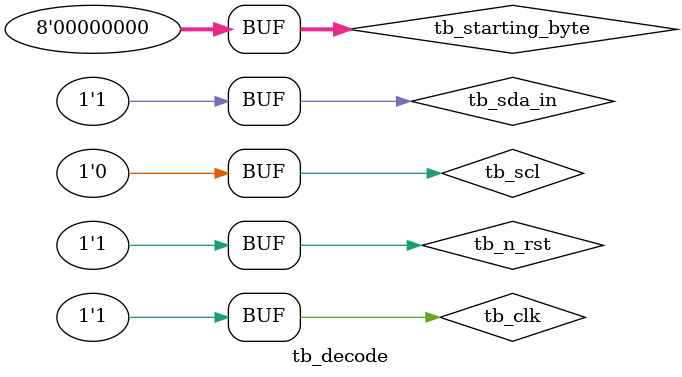
<source format=sv>
`timescale 1ns / 10ps

module tb_decode();
  
  // Define parameters
	parameter CLK_PERIOD				= 10;
	parameter SCL_PERIOD    = 300;
	parameter sclwait       = 300;
  
  reg tb_clk;
  reg tb_n_rst;
  reg tb_scl;
  reg tb_sda_in;
  reg [7:0] tb_starting_byte;
	reg tb_rw_mode;
	reg tb_address_match;
	reg tb_stop_found;
	reg tb_start_found;
	
	decode DUT
	(
		.clk(tb_clk),
		.n_rst(tb_n_rst),
		.scl(tb_scl),
		.sda_in(tb_sda_in),
		.starting_byte(tb_starting_byte),
		.rw_mode(tb_rw_mode),
		.address_match(tb_address_match),
		.stop_found(tb_stop_found),
		.start_found(tb_start_found)
	);
	
	always
	begin : CLK_GEN
		tb_clk = 1'b0;
		#(CLK_PERIOD / 2);
		tb_clk = 1'b1;
		#(CLK_PERIOD / 2);
	end
	
	always
	begin : SCL_GEN
	    tb_scl = 1'b0;
	    #(SCL_PERIOD / 3);
	    tb_scl = 1'b1;
	    #(SCL_PERIOD / 3); 
	    tb_scl = 1'b0;
	    #(SCL_PERIOD / 3);
	end	
	
	initial
	begin 
    tb_n_rst = 1'b0;
    #1
    tb_sda_in = 1'b1;
    tb_n_rst = 1'b1;
    #120;
    //test start found
    tb_sda_in = 1'b0;
    
    #30
    tb_sda_in = 1'b1;
    
    
    

    #500
    //test address
    tb_sda_in = 1'b1;
    tb_starting_byte = 8'b10000000;
    #(sclwait );
    tb_sda_in = 1'b1;
    tb_starting_byte = 8'b11000000;
    #(sclwait );
    tb_sda_in = 1'b1;
    tb_starting_byte = 8'b11100000;
    #(sclwait );
		tb_sda_in = 1'b1;
		tb_starting_byte = 8'b11110000;
    #(sclwait );
    tb_sda_in = 1'b0;
    tb_starting_byte = 8'b11110000;
    #(sclwait );
    tb_sda_in = 1'b0;
    tb_starting_byte = 8'b11110000;
    #(sclwait );
    tb_sda_in = 1'b0;
    tb_starting_byte = 8'b11110000;
    #(sclwait );
    tb_sda_in = 1'b1;
    tb_starting_byte = 8'b11110001;
    #(sclwait );
    tb_sda_in = 1'b0;
    
    tb_n_rst = 1'b0;
    #1
    tb_sda_in = 1'b1;
    tb_n_rst = 1'b1;
    tb_starting_byte = 8'b00000000;
    
	end 
endmodule

</source>
